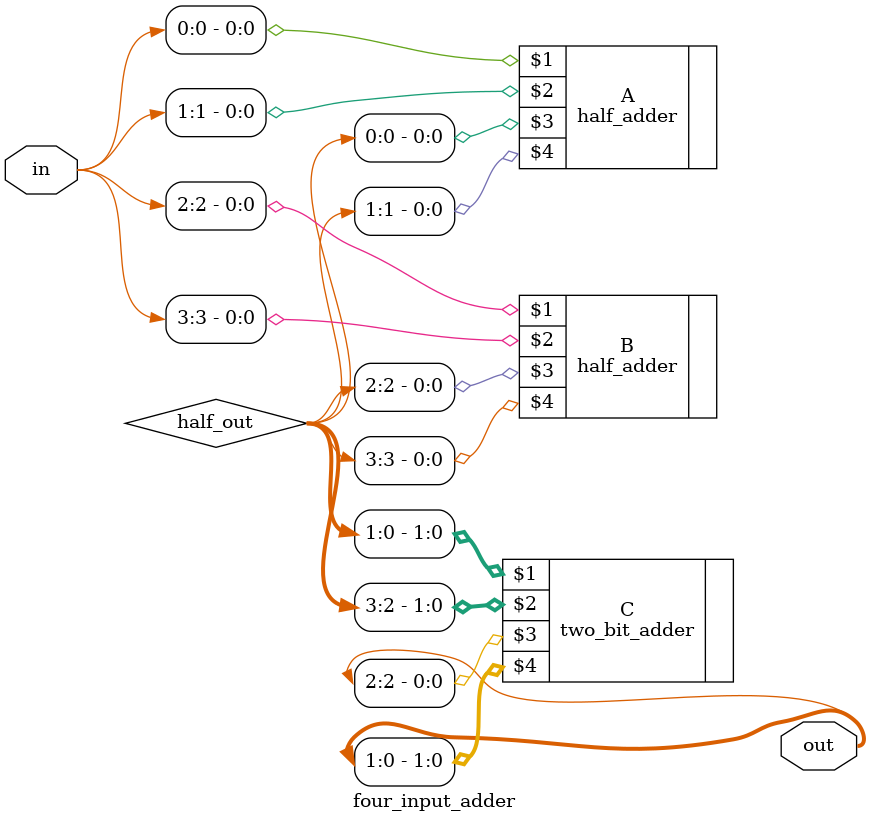
<source format=sv>
module four_input_adder(in, out);
input wire [3:0] in;
output logic [2:0] out;

wire [3:0] half_out;

half_adder A(in[0], in[1], half_out[0], half_out[1]);
half_adder B(in[2], in[3], half_out[2], half_out[3]);
two_bit_adder C(half_out[1:0], half_out[3:2], out[2], out[1:0]);

endmodule
</source>
